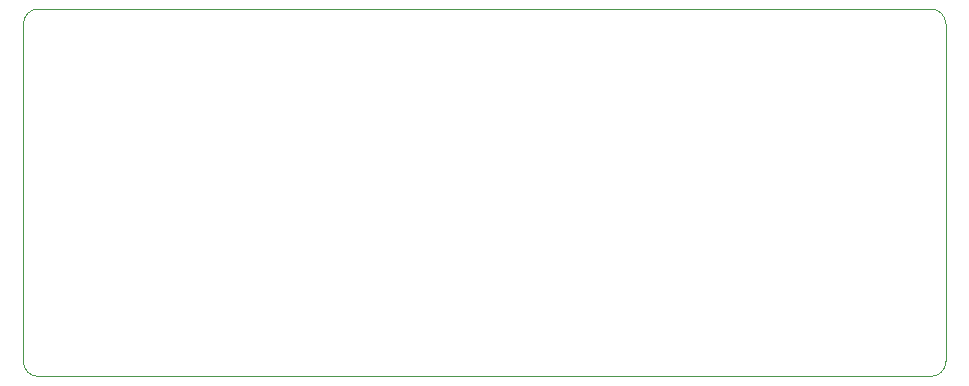
<source format=gbr>
%TF.GenerationSoftware,KiCad,Pcbnew,(5.1.12)-1*%
%TF.CreationDate,2022-11-06T18:41:51+01:00*%
%TF.ProjectId,NewmorphS3,4e65776d-6f72-4706-9853-332e6b696361,rev?*%
%TF.SameCoordinates,Original*%
%TF.FileFunction,Profile,NP*%
%FSLAX46Y46*%
G04 Gerber Fmt 4.6, Leading zero omitted, Abs format (unit mm)*
G04 Created by KiCad (PCBNEW (5.1.12)-1) date 2022-11-06 18:41:51*
%MOMM*%
%LPD*%
G01*
G04 APERTURE LIST*
%TA.AperFunction,Profile*%
%ADD10C,0.050000*%
%TD*%
G04 APERTURE END LIST*
D10*
X123825000Y-63500000D02*
X48260000Y-63500000D01*
X123825000Y-63500000D02*
G75*
G02*
X125095000Y-64770000I0J-1270000D01*
G01*
X125095000Y-93345000D02*
G75*
G02*
X123825000Y-94615000I-1270000J0D01*
G01*
X48260000Y-94615000D02*
G75*
G02*
X46990000Y-93345000I0J1270000D01*
G01*
X46990000Y-64770000D02*
G75*
G02*
X48260000Y-63500000I1270000J0D01*
G01*
X46990000Y-93345000D02*
X46990000Y-64770000D01*
X95885000Y-94615000D02*
X48260000Y-94615000D01*
X125095000Y-93345000D02*
X125095000Y-64770000D01*
X95885000Y-94615000D02*
X123825000Y-94615000D01*
M02*

</source>
